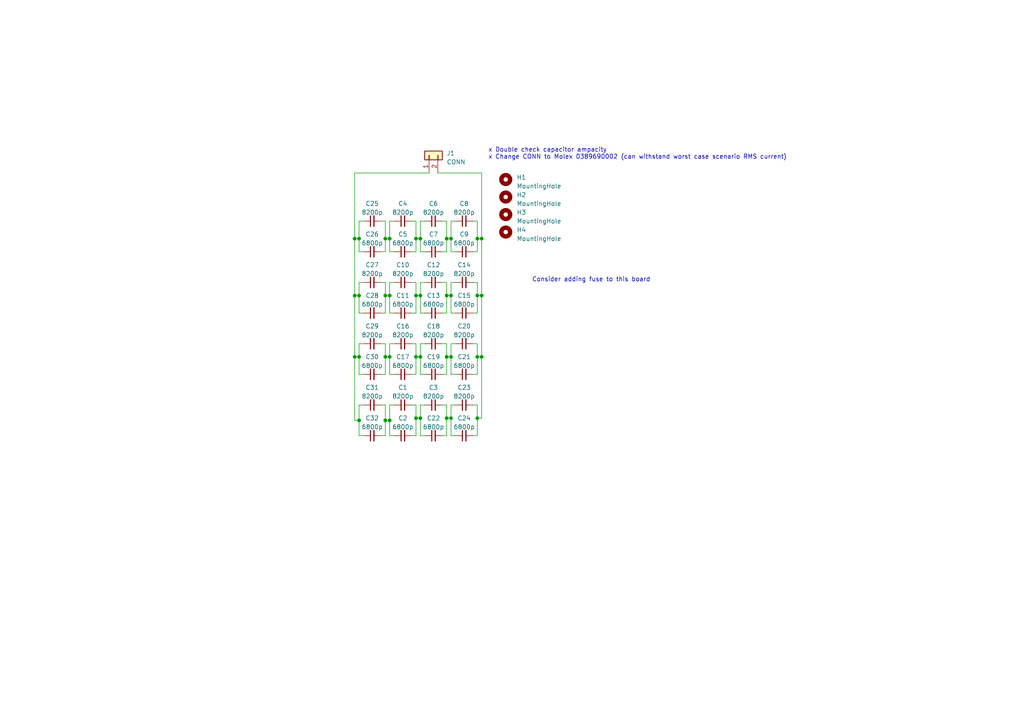
<source format=kicad_sch>
(kicad_sch (version 20230121) (generator eeschema)
  (paper "A4")
  (lib_symbols
    (symbol "Connector_Generic:Conn_01x02" (pin_names (offset 1.016) hide)
      (property "Reference" "J" (at 0 2.54 0))
      (property "Value" "Conn_01x02" (at 0 -5.08 0))
      (symbol "Conn_01x02_1_1"
        (rectangle (start -1.27 -2.413) (end 0 -2.667) (stroke (width 0.1524)))
        (rectangle (start -1.27 0.127) (end 0 -0.127) (stroke (width 0.1524)))
        (rectangle (start -1.27 1.27) (end 1.27 -3.81) (stroke (width 0.254)) (fill (type background)))
        (pin passive line (at -5.08 0 0) (length 3.81) (name "Pin_1") (number "1"))
        (pin passive line (at -5.08 -2.54 0) (length 3.81) (name "Pin_2") (number "2"))
      )
    )
    (symbol "Device:C_Small" (pin_numbers hide) (pin_names (offset 0.254) hide)
      (property "Reference" "C" (at 0.254 1.778 0))
      (property "Value" "C_Small" (at 0.254 -2.032 0))
      (symbol "C_Small_0_1"
        (polyline (pts (xy -1.524 -0.508) (xy 1.524 -0.508)) (stroke (width 0.3302)))
        (polyline (pts (xy -1.524 0.508) (xy 1.524 0.508)) (stroke (width 0.3048)))
      )
      (symbol "C_Small_1_1"
        (pin passive line (at 0 2.54 270) (length 2.032) (name "~") (number "1"))
        (pin passive line (at 0 -2.54 90) (length 2.032) (name "~") (number "2"))
      )
    )
    (symbol "Mechanical:MountingHole" (pin_names (offset 1.016))
      (property "Reference" "H" (at 0 5.08 0))
      (property "Value" "MountingHole" (at 0 3.175 0))
      (symbol "MountingHole_0_1"
        (circle (center 0 0) (radius 1.27) (stroke (width 1.27)))
      )
    )
  )
  (junction (at 120.65 121.285))
  (junction (at 138.43 69.215))
  (junction (at 120.65 69.215))
  (junction (at 138.43 103.505))
  (junction (at 104.14 85.725))
  (junction (at 102.87 103.505))
  (junction (at 111.76 85.725))
  (junction (at 113.03 121.92))
  (junction (at 102.87 69.215))
  (junction (at 120.65 103.505))
  (junction (at 139.7 103.505))
  (junction (at 111.76 69.215))
  (junction (at 130.81 121.285))
  (junction (at 120.65 85.725))
  (junction (at 130.81 69.215))
  (junction (at 111.76 121.92))
  (junction (at 104.14 69.215))
  (junction (at 138.43 121.285))
  (junction (at 113.03 69.215))
  (junction (at 129.54 103.505))
  (junction (at 121.92 103.505))
  (junction (at 121.92 85.725))
  (junction (at 102.87 85.725))
  (junction (at 104.14 121.92))
  (junction (at 113.03 103.505))
  (junction (at 129.54 121.285))
  (junction (at 139.7 69.215))
  (junction (at 104.14 103.505))
  (junction (at 130.81 103.505))
  (junction (at 139.7 85.725))
  (junction (at 121.92 69.215))
  (junction (at 113.03 85.725))
  (junction (at 130.81 85.725))
  (junction (at 111.76 103.505))
  (junction (at 121.92 121.285))
  (junction (at 129.54 69.215))
  (junction (at 129.54 85.725))
  (junction (at 138.43 85.725))
  (wire (pts (xy 132.08 99.695) (xy 130.81 99.695)))
  (wire (pts (xy 111.76 81.915) (xy 111.76 85.725)))
  (wire (pts (xy 129.54 103.505) (xy 130.81 103.505)))
  (wire (pts (xy 113.03 99.695) (xy 113.03 103.505)))
  (wire (pts (xy 104.14 73.025) (xy 105.41 73.025)))
  (wire (pts (xy 121.92 69.215) (xy 121.92 73.025)))
  (wire (pts (xy 137.16 117.475) (xy 138.43 117.475)))
  (wire (pts (xy 113.03 117.475) (xy 113.03 121.92)))
  (wire (pts (xy 121.92 73.025) (xy 123.19 73.025)))
  (wire (pts (xy 130.81 85.725) (xy 130.81 90.805)))
  (wire (pts (xy 139.7 50.165) (xy 139.7 69.215)))
  (wire (pts (xy 138.43 121.285) (xy 139.7 121.285)))
  (wire (pts (xy 132.08 117.475) (xy 130.81 117.475)))
  (wire (pts (xy 113.03 108.585) (xy 114.3 108.585)))
  (wire (pts (xy 102.87 69.215) (xy 102.87 85.725)))
  (wire (pts (xy 111.76 117.475) (xy 111.76 121.92)))
  (wire (pts (xy 121.92 108.585) (xy 123.19 108.585)))
  (wire (pts (xy 129.54 69.215) (xy 130.81 69.215)))
  (wire (pts (xy 113.03 121.92) (xy 113.03 126.365)))
  (wire (pts (xy 121.92 99.695) (xy 121.92 103.505)))
  (wire (pts (xy 114.3 81.915) (xy 113.03 81.915)))
  (wire (pts (xy 130.81 108.585) (xy 132.08 108.585)))
  (wire (pts (xy 111.76 73.025) (xy 110.49 73.025)))
  (wire (pts (xy 120.65 69.215) (xy 121.92 69.215)))
  (wire (pts (xy 128.27 99.695) (xy 129.54 99.695)))
  (wire (pts (xy 110.49 99.695) (xy 111.76 99.695)))
  (wire (pts (xy 110.49 64.135) (xy 111.76 64.135)))
  (wire (pts (xy 104.14 81.915) (xy 104.14 85.725)))
  (wire (pts (xy 111.76 85.725) (xy 113.03 85.725)))
  (wire (pts (xy 120.65 73.025) (xy 119.38 73.025)))
  (wire (pts (xy 121.92 117.475) (xy 121.92 121.285)))
  (wire (pts (xy 123.19 81.915) (xy 121.92 81.915)))
  (wire (pts (xy 120.65 81.915) (xy 120.65 85.725)))
  (wire (pts (xy 132.08 81.915) (xy 130.81 81.915)))
  (wire (pts (xy 102.87 69.215) (xy 104.14 69.215)))
  (wire (pts (xy 111.76 69.215) (xy 111.76 73.025)))
  (wire (pts (xy 127 50.165) (xy 139.7 50.165)))
  (wire (pts (xy 102.87 50.165) (xy 124.46 50.165)))
  (wire (pts (xy 130.81 73.025) (xy 132.08 73.025)))
  (wire (pts (xy 114.3 117.475) (xy 113.03 117.475)))
  (wire (pts (xy 114.3 99.695) (xy 113.03 99.695)))
  (wire (pts (xy 120.65 103.505) (xy 121.92 103.505)))
  (wire (pts (xy 102.87 121.92) (xy 104.14 121.92)))
  (wire (pts (xy 104.14 69.215) (xy 104.14 73.025)))
  (wire (pts (xy 120.65 99.695) (xy 120.65 103.505)))
  (wire (pts (xy 138.43 85.725) (xy 139.7 85.725)))
  (wire (pts (xy 139.7 69.215) (xy 139.7 85.725)))
  (wire (pts (xy 138.43 121.285) (xy 138.43 126.365)))
  (wire (pts (xy 111.76 103.505) (xy 111.76 108.585)))
  (wire (pts (xy 129.54 126.365) (xy 128.27 126.365)))
  (wire (pts (xy 129.54 85.725) (xy 130.81 85.725)))
  (wire (pts (xy 113.03 81.915) (xy 113.03 85.725)))
  (wire (pts (xy 121.92 103.505) (xy 121.92 108.585)))
  (wire (pts (xy 120.65 108.585) (xy 119.38 108.585)))
  (wire (pts (xy 130.81 103.505) (xy 130.81 108.585)))
  (wire (pts (xy 139.7 103.505) (xy 139.7 121.285)))
  (wire (pts (xy 104.14 117.475) (xy 104.14 121.92)))
  (wire (pts (xy 111.76 85.725) (xy 111.76 90.805)))
  (wire (pts (xy 138.43 69.215) (xy 139.7 69.215)))
  (wire (pts (xy 137.16 81.915) (xy 138.43 81.915)))
  (wire (pts (xy 111.76 126.365) (xy 110.49 126.365)))
  (wire (pts (xy 111.76 108.585) (xy 110.49 108.585)))
  (wire (pts (xy 130.81 117.475) (xy 130.81 121.285)))
  (wire (pts (xy 102.87 85.725) (xy 102.87 103.505)))
  (wire (pts (xy 129.54 99.695) (xy 129.54 103.505)))
  (wire (pts (xy 121.92 85.725) (xy 121.92 90.805)))
  (wire (pts (xy 138.43 81.915) (xy 138.43 85.725)))
  (wire (pts (xy 129.54 90.805) (xy 128.27 90.805)))
  (wire (pts (xy 119.38 64.135) (xy 120.65 64.135)))
  (wire (pts (xy 111.76 99.695) (xy 111.76 103.505)))
  (wire (pts (xy 137.16 64.135) (xy 138.43 64.135)))
  (wire (pts (xy 128.27 117.475) (xy 129.54 117.475)))
  (wire (pts (xy 119.38 81.915) (xy 120.65 81.915)))
  (wire (pts (xy 138.43 103.505) (xy 138.43 108.585)))
  (wire (pts (xy 113.03 69.215) (xy 113.03 73.025)))
  (wire (pts (xy 110.49 81.915) (xy 111.76 81.915)))
  (wire (pts (xy 138.43 126.365) (xy 137.16 126.365)))
  (wire (pts (xy 113.03 73.025) (xy 114.3 73.025)))
  (wire (pts (xy 104.14 121.92) (xy 104.14 126.365)))
  (wire (pts (xy 130.81 90.805) (xy 132.08 90.805)))
  (wire (pts (xy 104.14 85.725) (xy 104.14 90.805)))
  (wire (pts (xy 120.65 121.285) (xy 120.65 126.365)))
  (wire (pts (xy 129.54 85.725) (xy 129.54 90.805)))
  (wire (pts (xy 105.41 99.695) (xy 104.14 99.695)))
  (wire (pts (xy 121.92 90.805) (xy 123.19 90.805)))
  (wire (pts (xy 104.14 99.695) (xy 104.14 103.505)))
  (wire (pts (xy 120.65 64.135) (xy 120.65 69.215)))
  (wire (pts (xy 111.76 90.805) (xy 110.49 90.805)))
  (wire (pts (xy 129.54 121.285) (xy 129.54 126.365)))
  (wire (pts (xy 120.65 117.475) (xy 120.65 121.285)))
  (wire (pts (xy 129.54 81.915) (xy 129.54 85.725)))
  (wire (pts (xy 130.81 99.695) (xy 130.81 103.505)))
  (wire (pts (xy 105.41 81.915) (xy 104.14 81.915)))
  (wire (pts (xy 123.19 64.135) (xy 121.92 64.135)))
  (wire (pts (xy 128.27 81.915) (xy 129.54 81.915)))
  (wire (pts (xy 138.43 103.505) (xy 139.7 103.505)))
  (wire (pts (xy 113.03 90.805) (xy 114.3 90.805)))
  (wire (pts (xy 121.92 81.915) (xy 121.92 85.725)))
  (wire (pts (xy 130.81 64.135) (xy 130.81 69.215)))
  (wire (pts (xy 139.7 85.725) (xy 139.7 103.505)))
  (wire (pts (xy 138.43 117.475) (xy 138.43 121.285)))
  (wire (pts (xy 138.43 64.135) (xy 138.43 69.215)))
  (wire (pts (xy 130.81 126.365) (xy 132.08 126.365)))
  (wire (pts (xy 130.81 81.915) (xy 130.81 85.725)))
  (wire (pts (xy 138.43 90.805) (xy 137.16 90.805)))
  (wire (pts (xy 113.03 85.725) (xy 113.03 90.805)))
  (wire (pts (xy 138.43 85.725) (xy 138.43 90.805)))
  (wire (pts (xy 128.27 64.135) (xy 129.54 64.135)))
  (wire (pts (xy 120.65 90.805) (xy 119.38 90.805)))
  (wire (pts (xy 119.38 99.695) (xy 120.65 99.695)))
  (wire (pts (xy 120.65 126.365) (xy 119.38 126.365)))
  (wire (pts (xy 105.41 64.135) (xy 104.14 64.135)))
  (wire (pts (xy 120.65 69.215) (xy 120.65 73.025)))
  (wire (pts (xy 119.38 117.475) (xy 120.65 117.475)))
  (wire (pts (xy 111.76 121.92) (xy 111.76 126.365)))
  (wire (pts (xy 113.03 103.505) (xy 113.03 108.585)))
  (wire (pts (xy 102.87 103.505) (xy 104.14 103.505)))
  (wire (pts (xy 120.65 85.725) (xy 121.92 85.725)))
  (wire (pts (xy 129.54 108.585) (xy 128.27 108.585)))
  (wire (pts (xy 113.03 103.505) (xy 111.76 103.505)))
  (wire (pts (xy 102.87 50.165) (xy 102.87 69.215)))
  (wire (pts (xy 138.43 108.585) (xy 137.16 108.585)))
  (wire (pts (xy 129.54 73.025) (xy 128.27 73.025)))
  (wire (pts (xy 130.81 121.285) (xy 130.81 126.365)))
  (wire (pts (xy 121.92 126.365) (xy 123.19 126.365)))
  (wire (pts (xy 129.54 117.475) (xy 129.54 121.285)))
  (wire (pts (xy 102.87 85.725) (xy 104.14 85.725)))
  (wire (pts (xy 113.03 126.365) (xy 114.3 126.365)))
  (wire (pts (xy 104.14 108.585) (xy 105.41 108.585)))
  (wire (pts (xy 138.43 73.025) (xy 137.16 73.025)))
  (wire (pts (xy 132.08 64.135) (xy 130.81 64.135)))
  (wire (pts (xy 120.65 85.725) (xy 120.65 90.805)))
  (wire (pts (xy 104.14 90.805) (xy 105.41 90.805)))
  (wire (pts (xy 111.76 69.215) (xy 113.03 69.215)))
  (wire (pts (xy 138.43 69.215) (xy 138.43 73.025)))
  (wire (pts (xy 129.54 121.285) (xy 130.81 121.285)))
  (wire (pts (xy 110.49 117.475) (xy 111.76 117.475)))
  (wire (pts (xy 129.54 69.215) (xy 129.54 73.025)))
  (wire (pts (xy 138.43 99.695) (xy 138.43 103.505)))
  (wire (pts (xy 123.19 99.695) (xy 121.92 99.695)))
  (wire (pts (xy 137.16 99.695) (xy 138.43 99.695)))
  (wire (pts (xy 104.14 103.505) (xy 104.14 108.585)))
  (wire (pts (xy 129.54 64.135) (xy 129.54 69.215)))
  (wire (pts (xy 121.92 64.135) (xy 121.92 69.215)))
  (wire (pts (xy 120.65 103.505) (xy 120.65 108.585)))
  (wire (pts (xy 102.87 103.505) (xy 102.87 121.92)))
  (wire (pts (xy 120.65 121.285) (xy 121.92 121.285)))
  (wire (pts (xy 114.3 64.135) (xy 113.03 64.135)))
  (wire (pts (xy 121.92 121.285) (xy 121.92 126.365)))
  (wire (pts (xy 111.76 121.92) (xy 113.03 121.92)))
  (wire (pts (xy 111.76 64.135) (xy 111.76 69.215)))
  (wire (pts (xy 130.81 69.215) (xy 130.81 73.025)))
  (wire (pts (xy 123.19 117.475) (xy 121.92 117.475)))
  (wire (pts (xy 129.54 103.505) (xy 129.54 108.585)))
  (wire (pts (xy 104.14 126.365) (xy 105.41 126.365)))
  (wire (pts (xy 104.14 64.135) (xy 104.14 69.215)))
  (wire (pts (xy 113.03 64.135) (xy 113.03 69.215)))
  (wire (pts (xy 105.41 117.475) (xy 104.14 117.475)))
  (text "x Double check capacitor ampacity\nx Change CONN to Molex 0389690002 (can withstand worst case scenario RMS current)" (at 141.605 46.355 0) (effects (font (size 1.27 1.27)) (justify left bottom)))
  (text "Consider adding fuse to this board" (at 154.305 81.915 0) (effects (font (size 1.27 1.27)) (justify left bottom)))
  (symbol (lib_id "Device:C_Small") (at 125.73 90.805 90) (unit 1)
    (property "Reference" "C13" (at 125.7363 85.725 90))
    (property "Value" "6800p" (at 125.7363 88.265 90))
    (property "Footprint" "Capacitor_SMD:C_2220_5650Metric" (effects hide))
  )
  (symbol (lib_id "Device:C_Small") (at 125.73 117.475 90) (unit 1)
    (property "Reference" "C3" (at 125.7363 112.395 90))
    (property "Value" "8200p" (at 125.7363 114.935 90))
    (property "Footprint" "Capacitor_SMD:C_2220_5650Metric" (effects hide))
  )
  (symbol (lib_id "Mechanical:MountingHole") (at 146.685 52.07 0) (unit 1)
    (property "Reference" "H1" (at 149.86 51.435 0) (effects (justify left)))
    (property "Value" "MountingHole" (at 149.86 53.975 0) (effects (justify left)))
    (property "Footprint" "MountingHole:MountingHole_3.2mm_M3_ISO7380_Pad" (effects hide))
  )
  (symbol (lib_id "Device:C_Small") (at 107.95 90.805 90) (unit 1)
    (property "Reference" "C28" (at 107.9563 85.725 90))
    (property "Value" "6800p" (at 107.9563 88.265 90))
    (property "Footprint" "Capacitor_SMD:C_2220_5650Metric" (effects hide))
  )
  (symbol (lib_id "Mechanical:MountingHole") (at 146.685 67.31 0) (unit 1)
    (property "Reference" "H4" (at 149.86 66.675 0) (effects (justify left)))
    (property "Value" "MountingHole" (at 149.86 69.215 0) (effects (justify left)))
    (property "Footprint" "MountingHole:MountingHole_3.2mm_M3_ISO7380_Pad" (effects hide))
  )
  (symbol (lib_id "Device:C_Small") (at 125.73 99.695 90) (unit 1)
    (property "Reference" "C18" (at 125.7363 94.615 90))
    (property "Value" "8200p" (at 125.7363 97.155 90))
    (property "Footprint" "Capacitor_SMD:C_2220_5650Metric" (effects hide))
  )
  (symbol (lib_id "Device:C_Small") (at 125.73 126.365 90) (unit 1)
    (property "Reference" "C22" (at 125.7363 121.285 90))
    (property "Value" "6800p" (at 125.7363 123.825 90))
    (property "Footprint" "Capacitor_SMD:C_2220_5650Metric" (effects hide))
  )
  (symbol (lib_id "Mechanical:MountingHole") (at 146.685 57.15 0) (unit 1)
    (property "Reference" "H2" (at 149.86 56.515 0) (effects (justify left)))
    (property "Value" "MountingHole" (at 149.86 59.055 0) (effects (justify left)))
    (property "Footprint" "MountingHole:MountingHole_3.2mm_M3_ISO7380_Pad" (effects hide))
  )
  (symbol (lib_id "Device:C_Small") (at 116.84 81.915 90) (unit 1)
    (property "Reference" "C10" (at 116.8463 76.835 90))
    (property "Value" "8200p" (at 116.8463 79.375 90))
    (property "Footprint" "Capacitor_SMD:C_2220_5650Metric" (effects hide))
  )
  (symbol (lib_id "Device:C_Small") (at 116.84 99.695 90) (unit 1)
    (property "Reference" "C16" (at 116.8463 94.615 90))
    (property "Value" "8200p" (at 116.8463 97.155 90))
    (property "Footprint" "Capacitor_SMD:C_2220_5650Metric" (effects hide))
  )
  (symbol (lib_id "Device:C_Small") (at 134.62 90.805 90) (unit 1)
    (property "Reference" "C15" (at 134.6263 85.725 90))
    (property "Value" "6800p" (at 134.6263 88.265 90))
    (property "Footprint" "Capacitor_SMD:C_2220_5650Metric" (effects hide))
  )
  (symbol (lib_id "Device:C_Small") (at 116.84 108.585 90) (unit 1)
    (property "Reference" "C17" (at 116.8463 103.505 90))
    (property "Value" "6800p" (at 116.8463 106.045 90))
    (property "Footprint" "Capacitor_SMD:C_2220_5650Metric" (effects hide))
  )
  (symbol (lib_id "Connector_Generic:Conn_01x02") (at 124.46 45.085 90) (unit 1)
    (property "Reference" "J1" (at 129.54 44.45 90) (effects (justify right)))
    (property "Value" "CONN" (at 129.54 46.99 90) (effects (justify right)))
    (property "Footprint" "BarrierBlock:0389690002" (effects hide))
  )
  (symbol (lib_id "Device:C_Small") (at 116.84 117.475 90) (unit 1)
    (property "Reference" "C1" (at 116.8463 112.395 90))
    (property "Value" "8200p" (at 116.8463 114.935 90))
    (property "Footprint" "Capacitor_SMD:C_2220_5650Metric" (effects hide))
  )
  (symbol (lib_id "Device:C_Small") (at 116.84 64.135 90) (unit 1)
    (property "Reference" "C4" (at 116.8463 59.055 90))
    (property "Value" "8200p" (at 116.8463 61.595 90))
    (property "Footprint" "Capacitor_SMD:C_2220_5650Metric" (effects hide))
  )
  (symbol (lib_id "Device:C_Small") (at 125.73 108.585 90) (unit 1)
    (property "Reference" "C19" (at 125.7363 103.505 90))
    (property "Value" "6800p" (at 125.7363 106.045 90))
    (property "Footprint" "Capacitor_SMD:C_2220_5650Metric" (effects hide))
  )
  (symbol (lib_id "Device:C_Small") (at 134.62 108.585 90) (unit 1)
    (property "Reference" "C21" (at 134.6263 103.505 90))
    (property "Value" "6800p" (at 134.6263 106.045 90))
    (property "Footprint" "Capacitor_SMD:C_2220_5650Metric" (effects hide))
  )
  (symbol (lib_id "Device:C_Small") (at 107.95 108.585 90) (unit 1)
    (property "Reference" "C30" (at 107.9563 103.505 90))
    (property "Value" "6800p" (at 107.9563 106.045 90))
    (property "Footprint" "Capacitor_SMD:C_2220_5650Metric" (effects hide))
  )
  (symbol (lib_id "Device:C_Small") (at 116.84 90.805 90) (unit 1)
    (property "Reference" "C11" (at 116.8463 85.725 90))
    (property "Value" "6800p" (at 116.8463 88.265 90))
    (property "Footprint" "Capacitor_SMD:C_2220_5650Metric" (effects hide))
  )
  (symbol (lib_id "Device:C_Small") (at 134.62 126.365 90) (unit 1)
    (property "Reference" "C24" (at 134.6263 121.285 90))
    (property "Value" "6800p" (at 134.6263 123.825 90))
    (property "Footprint" "Capacitor_SMD:C_2220_5650Metric" (effects hide))
  )
  (symbol (lib_id "Device:C_Small") (at 125.73 81.915 90) (unit 1)
    (property "Reference" "C12" (at 125.7363 76.835 90))
    (property "Value" "8200p" (at 125.7363 79.375 90))
    (property "Footprint" "Capacitor_SMD:C_2220_5650Metric" (effects hide))
  )
  (symbol (lib_id "Device:C_Small") (at 134.62 117.475 90) (unit 1)
    (property "Reference" "C23" (at 134.6263 112.395 90))
    (property "Value" "8200p" (at 134.6263 114.935 90))
    (property "Footprint" "Capacitor_SMD:C_2220_5650Metric" (effects hide))
  )
  (symbol (lib_id "Device:C_Small") (at 134.62 73.025 90) (unit 1)
    (property "Reference" "C9" (at 134.6263 67.945 90))
    (property "Value" "6800p" (at 134.6263 70.485 90))
    (property "Footprint" "Capacitor_SMD:C_2220_5650Metric" (effects hide))
  )
  (symbol (lib_id "Device:C_Small") (at 134.62 64.135 90) (unit 1)
    (property "Reference" "C8" (at 134.6263 59.055 90))
    (property "Value" "8200p" (at 134.6263 61.595 90))
    (property "Footprint" "Capacitor_SMD:C_2220_5650Metric" (effects hide))
  )
  (symbol (lib_id "Device:C_Small") (at 107.95 99.695 90) (unit 1)
    (property "Reference" "C29" (at 107.9563 94.615 90))
    (property "Value" "8200p" (at 107.9563 97.155 90))
    (property "Footprint" "Capacitor_SMD:C_2220_5650Metric" (effects hide))
  )
  (symbol (lib_id "Device:C_Small") (at 107.95 73.025 90) (unit 1)
    (property "Reference" "C26" (at 107.9563 67.945 90))
    (property "Value" "6800p" (at 107.9563 70.485 90))
    (property "Footprint" "Capacitor_SMD:C_2220_5650Metric" (effects hide))
  )
  (symbol (lib_id "Device:C_Small") (at 125.73 64.135 90) (unit 1)
    (property "Reference" "C6" (at 125.7363 59.055 90))
    (property "Value" "8200p" (at 125.7363 61.595 90))
    (property "Footprint" "Capacitor_SMD:C_2220_5650Metric" (effects hide))
  )
  (symbol (lib_id "Device:C_Small") (at 107.95 126.365 90) (unit 1)
    (property "Reference" "C32" (at 107.9563 121.285 90))
    (property "Value" "6800p" (at 107.9563 123.825 90))
    (property "Footprint" "Capacitor_SMD:C_2220_5650Metric" (effects hide))
  )
  (symbol (lib_id "Device:C_Small") (at 134.62 99.695 90) (unit 1)
    (property "Reference" "C20" (at 134.6263 94.615 90))
    (property "Value" "8200p" (at 134.6263 97.155 90))
    (property "Footprint" "Capacitor_SMD:C_2220_5650Metric" (effects hide))
  )
  (symbol (lib_id "Device:C_Small") (at 116.84 73.025 90) (unit 1)
    (property "Reference" "C5" (at 116.8463 67.945 90))
    (property "Value" "6800p" (at 116.8463 70.485 90))
    (property "Footprint" "Capacitor_SMD:C_2220_5650Metric" (effects hide))
  )
  (symbol (lib_id "Device:C_Small") (at 107.95 64.135 90) (unit 1)
    (property "Reference" "C25" (at 107.9563 59.055 90))
    (property "Value" "8200p" (at 107.9563 61.595 90))
    (property "Footprint" "Capacitor_SMD:C_2220_5650Metric" (effects hide))
  )
  (symbol (lib_id "Device:C_Small") (at 125.73 73.025 90) (unit 1)
    (property "Reference" "C7" (at 125.7363 67.945 90))
    (property "Value" "6800p" (at 125.7363 70.485 90))
    (property "Footprint" "Capacitor_SMD:C_2220_5650Metric" (effects hide))
  )
  (symbol (lib_id "Device:C_Small") (at 116.84 126.365 90) (unit 1)
    (property "Reference" "C2" (at 116.8463 121.285 90))
    (property "Value" "6800p" (at 116.8463 123.825 90))
    (property "Footprint" "Capacitor_SMD:C_2220_5650Metric" (effects hide))
  )
  (symbol (lib_id "Device:C_Small") (at 107.95 81.915 90) (unit 1)
    (property "Reference" "C27" (at 107.9563 76.835 90))
    (property "Value" "8200p" (at 107.9563 79.375 90))
    (property "Footprint" "Capacitor_SMD:C_2220_5650Metric" (effects hide))
  )
  (symbol (lib_id "Mechanical:MountingHole") (at 146.685 62.23 0) (unit 1)
    (property "Reference" "H3" (at 149.86 61.595 0) (effects (justify left)))
    (property "Value" "MountingHole" (at 149.86 64.135 0) (effects (justify left)))
    (property "Footprint" "MountingHole:MountingHole_3.2mm_M3_ISO7380_Pad" (effects hide))
  )
  (symbol (lib_id "Device:C_Small") (at 107.95 117.475 90) (unit 1)
    (property "Reference" "C31" (at 107.9563 112.395 90))
    (property "Value" "8200p" (at 107.9563 114.935 90))
    (property "Footprint" "Capacitor_SMD:C_2220_5650Metric" (effects hide))
  )
  (symbol (lib_id "Device:C_Small") (at 134.62 81.915 90) (unit 1)
    (property "Reference" "C14" (at 134.6263 76.835 90))
    (property "Value" "8200p" (at 134.6263 79.375 90))
    (property "Footprint" "Capacitor_SMD:C_2220_5650Metric" (effects hide))
  )
)
</source>
